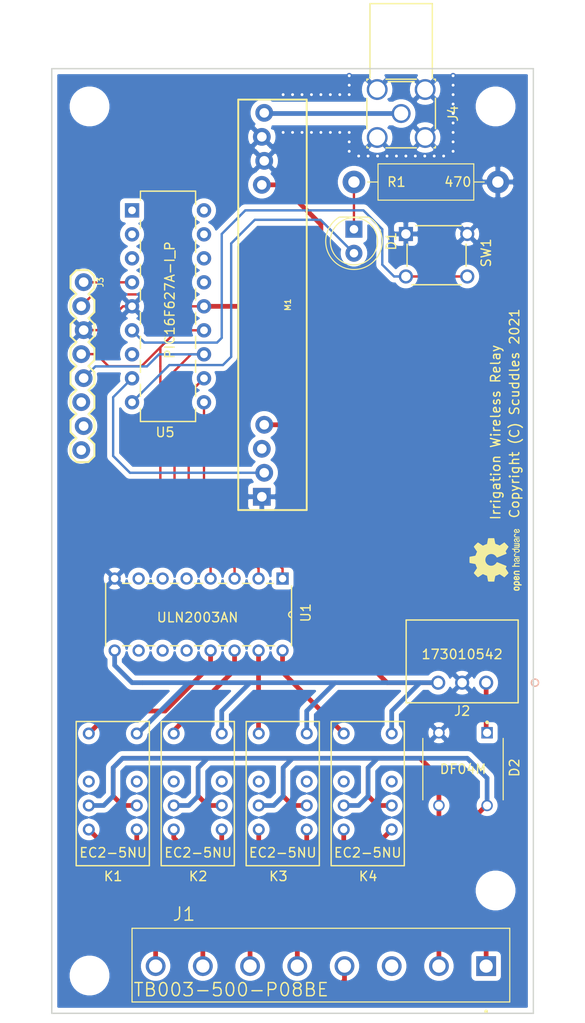
<source format=kicad_pcb>
(kicad_pcb (version 20171130) (host pcbnew "(5.1.7)-1")
  (layers (0 Top signal) (31 Bottom signal) (34 B.Paste user) (35 F.Paste user) (36 B.SilkS user) (37 F.SilkS user) (38 B.Mask user) (39 F.Mask user) (44 Edge.Cuts user))
  (net 0 "")
  (net 1 "Net-(D1-Pad1)")
  (net 2 /Logic/LED)
  (net 3 "/Power Supply/AC_NEUTRAL")
  (net 4 "/Power Supply/AC_LINE")
  (net 5 Vss)
  (net 6 "Net-(D2-Pad1)")
  (net 7 /Switching/OUT_1)
  (net 8 /Switching/OUT_2)
  (net 9 /Switching/OUT_3)
  (net 10 /Switching/OUT_4)
  (net 11 "Net-(J1-Pad3)")
  (net 12 Vdd)
  (net 13 "Net-(J3-Pad8)")
  (net 14 "Net-(J3-Pad7)")
  (net 15 "Net-(J3-Pad6)")
  (net 16 /Switching/IN_3)
  (net 17 /Switching/IN_4)
  (net 18 "Net-(J3-Pad1)")
  (net 19 "Net-(J4-Pad1)")
  (net 20 "Net-(K1-Pad1)")
  (net 21 "Net-(K1-Pad2)")
  (net 22 "Net-(K1-Pad7)")
  (net 23 "Net-(K2-Pad1)")
  (net 24 "Net-(K2-Pad2)")
  (net 25 "Net-(K2-Pad7)")
  (net 26 "Net-(K3-Pad1)")
  (net 27 "Net-(K3-Pad2)")
  (net 28 "Net-(K3-Pad7)")
  (net 29 "Net-(K4-Pad1)")
  (net 30 "Net-(K4-Pad2)")
  (net 31 "Net-(K4-Pad7)")
  (net 32 /Logic/Data)
  (net 33 /Logic/Button)
  (net 34 /Switching/IN_1)
  (net 35 /Switching/IN_2)
  (net 36 "Net-(U1-Pad5)")
  (net 37 "Net-(U1-Pad6)")
  (net 38 "Net-(U1-Pad7)")
  (net 39 "Net-(U1-Pad10)")
  (net 40 "Net-(U1-Pad11)")
  (net 41 "Net-(U1-Pad12)")
  (net 42 "Net-(U5-Pad18)")
  (net 43 "Net-(U5-Pad17)")
  (net 44 "Net-(U5-Pad16)")
  (net 45 "Net-(U5-Pad15)")
  (net 46 "Net-(U5-Pad7)")
  (net 47 "Net-(U5-Pad3)")
  (net 48 "Net-(U5-Pad2)")
  (net 49 "Net-(U5-Pad1)")
  (net 50 /Switching/COM)
  (module Symbol:OSHW-Logo2_7.3x6mm_SilkScreen (layer Top) (at 160 101 90)
    (fp_text reference REF** hide)
    (fp_text value OSHW-Logo2_7.3x6mm_SilkScreen hide)
  )
  (module MountingHole:MountingHole_3.2mm_M3 (layer Top) (at 160 136)
    (fp_text reference REF** hide)
    (fp_text value MountingHole_3.2mm_M3)
    (pad 1 np_thru_hole circle (at 0 0) (size 3.2 3.2) (drill 3.2) (layers *.Cu *.Mask))
  )
  (module MountingHole:MountingHole_3.2mm_M3 (layer Top) (at 117 145)
    (fp_text reference REF** hide)
    (fp_text value MountingHole_3.2mm_M3)
    (pad 1 np_thru_hole circle (at 0 0) (size 3.2 3.2) (drill 3.2) (layers *.Cu *.Mask))
  )
  (module MountingHole:MountingHole_3.2mm_M3 (layer Top) (at 160 53)
    (fp_text reference REF** hide)
    (fp_text value MountingHole_3.2mm_M3)
    (pad 1 np_thru_hole circle (at 0 0) (size 3.2 3.2) (drill 3.2) (layers *.Cu *.Mask))
  )
  (module MountingHole:MountingHole_3.2mm_M3 (layer Top) (at 117 53)
    (fp_text reference REF** hide)
    (fp_text value MountingHole_3.2mm_M3)
    (pad 1 np_thru_hole circle (at 0 0) (size 3.2 3.2) (drill 3.2) (layers *.Cu *.Mask))
  )
  (module rx:PIC16F627A-I&slash_P (layer Top) (at 121.5 64)
    (fp_text reference U5 (at 3.5 23.5) (layer F.SilkS))
    (fp_text value PIC16F627A-I_P (at 4 9.5 270) (layer F.SilkS))
    (pad 18 thru_hole circle (at 7.62 0) (size 1.524 1.524) (drill 0.8128) (layers *.Cu *.Mask) (net 42 "Net-(U5-Pad18)"))
    (pad 17 thru_hole circle (at 7.62 2.54) (size 1.524 1.524) (drill 0.8128) (layers *.Cu *.Mask) (net 43 "Net-(U5-Pad17)"))
    (pad 16 thru_hole circle (at 7.62 5.08) (size 1.524 1.524) (drill 0.8128) (layers *.Cu *.Mask) (net 44 "Net-(U5-Pad16)"))
    (pad 15 thru_hole circle (at 7.62 7.62) (size 1.524 1.524) (drill 0.8128) (layers *.Cu *.Mask) (net 45 "Net-(U5-Pad15)"))
    (pad 14 thru_hole circle (at 7.62 10.16) (size 1.524 1.524) (drill 0.8128) (layers *.Cu *.Mask) (net 12 Vdd))
    (pad 13 thru_hole circle (at 7.62 12.7) (size 1.524 1.524) (drill 0.8128) (layers *.Cu *.Mask) (net 17 /Switching/IN_4))
    (pad 12 thru_hole circle (at 7.62 15.24) (size 1.524 1.524) (drill 0.8128) (layers *.Cu *.Mask) (net 16 /Switching/IN_3))
    (pad 11 thru_hole circle (at 7.62 17.78) (size 1.524 1.524) (drill 0.8128) (layers *.Cu *.Mask) (net 35 /Switching/IN_2))
    (pad 10 thru_hole circle (at 7.62 20.32) (size 1.524 1.524) (drill 0.8128) (layers *.Cu *.Mask) (net 34 /Switching/IN_1))
    (pad 9 thru_hole circle (at 0 20.32) (size 1.524 1.524) (drill 0.8128) (layers *.Cu *.Mask) (net 2 /Logic/LED))
    (pad 8 thru_hole circle (at 0 17.78) (size 1.524 1.524) (drill 0.8128) (layers *.Cu *.Mask) (net 32 /Logic/Data))
    (pad 7 thru_hole circle (at 0 15.24) (size 1.524 1.524) (drill 0.8128) (layers *.Cu *.Mask) (net 46 "Net-(U5-Pad7)"))
    (pad 6 thru_hole circle (at 0 12.7) (size 1.524 1.524) (drill 0.8128) (layers *.Cu *.Mask) (net 33 /Logic/Button))
    (pad 5 thru_hole circle (at 0 10.16) (size 1.524 1.524) (drill 0.8128) (layers *.Cu *.Mask) (net 5 Vss))
    (pad 4 thru_hole circle (at 0 7.62) (size 1.524 1.524) (drill 0.8128) (layers *.Cu *.Mask) (net 18 "Net-(J3-Pad1)"))
    (pad 3 thru_hole circle (at 0 5.08) (size 1.524 1.524) (drill 0.8128) (layers *.Cu *.Mask) (net 47 "Net-(U5-Pad3)"))
    (pad 2 thru_hole circle (at 0 2.54) (size 1.524 1.524) (drill 0.8128) (layers *.Cu *.Mask) (net 48 "Net-(U5-Pad2)"))
    (pad 1 thru_hole rect (at 0 0) (size 1.524 1.524) (drill 0.8128) (layers *.Cu *.Mask) (net 49 "Net-(U5-Pad1)"))
  )
  (module rx:ULN2003AN (layer Top) (at 119.66 110.6 270)
    (fp_text reference U1 (at -4 -20.24 90) (layer F.SilkS))
    (fp_text value ULN2003AN (at -3.5 -8.78 180) (layer F.SilkS))
    (pad 1 thru_hole rect (at -7.62 -17.78 270) (size 1.2954 1.2954) (drill 0.7874) (layers *.Cu *.Mask) (net 34 /Switching/IN_1))
    (pad 2 thru_hole circle (at -7.62 -15.24 270) (size 1.2954 1.2954) (drill 0.7874) (layers *.Cu *.Mask) (net 35 /Switching/IN_2))
    (pad 3 thru_hole circle (at -7.62 -12.7 270) (size 1.2954 1.2954) (drill 0.7874) (layers *.Cu *.Mask) (net 16 /Switching/IN_3))
    (pad 4 thru_hole circle (at -7.62 -10.16 270) (size 1.2954 1.2954) (drill 0.7874) (layers *.Cu *.Mask) (net 17 /Switching/IN_4))
    (pad 5 thru_hole circle (at -7.62 -7.62 270) (size 1.2954 1.2954) (drill 0.7874) (layers *.Cu *.Mask) (net 36 "Net-(U1-Pad5)"))
    (pad 6 thru_hole circle (at -7.62 -5.08 270) (size 1.2954 1.2954) (drill 0.7874) (layers *.Cu *.Mask) (net 37 "Net-(U1-Pad6)"))
    (pad 7 thru_hole circle (at -7.62 -2.54 270) (size 1.2954 1.2954) (drill 0.7874) (layers *.Cu *.Mask) (net 38 "Net-(U1-Pad7)"))
    (pad 8 thru_hole circle (at -7.62 0 270) (size 1.2954 1.2954) (drill 0.7874) (layers *.Cu *.Mask) (net 5 Vss))
    (pad 9 thru_hole circle (at 0 0 270) (size 1.2954 1.2954) (drill 0.7874) (layers *.Cu *.Mask) (net 12 Vdd))
    (pad 10 thru_hole circle (at 0 -2.54 270) (size 1.2954 1.2954) (drill 0.7874) (layers *.Cu *.Mask) (net 39 "Net-(U1-Pad10)"))
    (pad 11 thru_hole circle (at 0 -5.08 270) (size 1.2954 1.2954) (drill 0.7874) (layers *.Cu *.Mask) (net 40 "Net-(U1-Pad11)"))
    (pad 12 thru_hole circle (at 0 -7.62 270) (size 1.2954 1.2954) (drill 0.7874) (layers *.Cu *.Mask) (net 41 "Net-(U1-Pad12)"))
    (pad 13 thru_hole circle (at 0 -10.16 270) (size 1.2954 1.2954) (drill 0.7874) (layers *.Cu *.Mask) (net 20 "Net-(K1-Pad1)"))
    (pad 14 thru_hole circle (at 0 -12.7 270) (size 1.2954 1.2954) (drill 0.7874) (layers *.Cu *.Mask) (net 23 "Net-(K2-Pad1)"))
    (pad 15 thru_hole circle (at 0 -15.24 270) (size 1.2954 1.2954) (drill 0.7874) (layers *.Cu *.Mask) (net 26 "Net-(K3-Pad1)"))
    (pad 16 thru_hole circle (at 0 -17.78 270) (size 1.2954 1.2954) (drill 0.7874) (layers *.Cu *.Mask) (net 29 "Net-(K4-Pad1)"))
  )
  (module rx:1825910-6 (layer Top) (at 157 71)
    (fp_text reference SW1 (at 2 -2.5 90) (layer F.SilkS))
    (fp_text value 1825910-6 hide)
    (pad 2 thru_hole circle (at 0.000001 -4.500001) (size 1.4986 1.4986) (drill 0.9906) (layers *.Cu *.Mask) (net 5 Vss))
    (pad 4 thru_hole circle (at 0.000001 0) (size 1.4986 1.4986) (drill 0.9906) (layers *.Cu *.Mask) (net 33 /Logic/Button))
    (pad 3 thru_hole circle (at -6.500001 0) (size 1.4986 1.4986) (drill 0.9906) (layers *.Cu *.Mask) (net 33 /Logic/Button))
    (pad 1 thru_hole rect (at -6.500001 -4.500001) (size 1.4986 1.4986) (drill 0.9906) (layers *.Cu *.Mask) (net 5 Vss))
  )
  (module rx:R_Axial_DIN0411_L9.9mm_D3.6mm_P15.24mm_Horizontal (layer Top) (at 145 61)
    (fp_text reference R1 (at 4.5 0) (layer F.SilkS))
    (fp_text value 470 (at 11 0) (layer F.SilkS))
    (pad 1 thru_hole circle (at 0 0) (size 2.4 2.4) (drill 1.2) (layers *.Cu *.Mask) (net 1 "Net-(D1-Pad1)"))
    (pad 2 thru_hole oval (at 15.24 0) (size 2.4 2.4) (drill 1.2) (layers *.Cu *.Mask) (net 5 Vss))
  )
  (module rx:RF-LINK_RX (layer Top) (at 135.373 74 90)
    (fp_text reference M1 (at 0 2.627 90) (layer F.SilkS) (effects (font (size 0.6096 0.6096) (thickness 0.127))))
    (fp_text value RF-LINK_RX hide)
    (pad +5V@ thru_hole circle (at -12.7 0.127 90) (size 1.8796 1.8796) (drill 1.016) (layers *.Cu *.Mask) (net 12 Vdd))
    (pad +5V@ thru_hole circle (at 12.7 -0.127 90) (size 1.8796 1.8796) (drill 1.016) (layers *.Cu *.Mask) (net 12 Vdd))
    (pad ANT thru_hole circle (at 20.32 0.127 90) (size 1.8796 1.8796) (drill 1.016) (layers *.Cu *.Mask) (net 19 "Net-(J4-Pad1)"))
    (pad DATA thru_hole circle (at -17.78 0.127 90) (size 1.8796 1.8796) (drill 1.016) (layers *.Cu *.Mask) (net 32 /Logic/Data))
    (pad DATA thru_hole circle (at -15.24 -0.127 90) (size 1.8796 1.8796) (drill 1.016) (layers *.Cu *.Mask) (net 32 /Logic/Data))
    (pad GND@ thru_hole rect (at -20.32 -0.127 90) (size 1.8796 1.8796) (drill 1.016) (layers *.Cu *.Mask) (net 5 Vss))
    (pad GND@ thru_hole circle (at 15.24 0.127 90) (size 1.8796 1.8796) (drill 1.016) (layers *.Cu *.Mask) (net 5 Vss))
    (pad GND@ thru_hole circle (at 17.78 -0.127 90) (size 1.8796 1.8796) (drill 1.016) (layers *.Cu *.Mask) (net 5 Vss))
  )
  (module rx:EC2-5NU (layer Top) (at 143.92 119.38)
    (fp_text reference K4 (at 2.58 15.12) (layer F.SilkS))
    (fp_text value EC2-5NU (at 2.54 12.62) (layer F.SilkS))
    (pad 1 thru_hole circle (at 0 0) (size 1.27 1.27) (drill 0.762) (layers *.Cu *.Mask) (net 29 "Net-(K4-Pad1)"))
    (pad 2 thru_hole circle (at 0 5.08) (size 1.27 1.27) (drill 0.762) (layers *.Cu *.Mask) (net 30 "Net-(K4-Pad2)"))
    (pad 3 thru_hole circle (at 0 7.62) (size 1.27 1.27) (drill 0.762) (layers *.Cu *.Mask) (net 3 "/Power Supply/AC_NEUTRAL"))
    (pad 4 thru_hole circle (at 0 10.16) (size 1.27 1.27) (drill 0.762) (layers *.Cu *.Mask) (net 50 /Switching/COM))
    (pad 5 thru_hole circle (at 5.08 10.16) (size 1.27 1.27) (drill 0.762) (layers *.Cu *.Mask) (net 10 /Switching/OUT_4))
    (pad 6 thru_hole circle (at 5.08 7.62) (size 1.27 1.27) (drill 0.762) (layers *.Cu *.Mask) (net 4 "/Power Supply/AC_LINE"))
    (pad 7 thru_hole circle (at 5.08 5.08) (size 1.27 1.27) (drill 0.762) (layers *.Cu *.Mask) (net 31 "Net-(K4-Pad7)"))
    (pad 8 thru_hole circle (at 5.08 0) (size 1.27 1.27) (drill 0.762) (layers *.Cu *.Mask) (net 12 Vdd))
  )
  (module rx:EC2-5NU (layer Top) (at 134.92 119.38)
    (fp_text reference K3 (at 2.08 15.12) (layer F.SilkS))
    (fp_text value EC2-5NU (at 2.54 12.62) (layer F.SilkS))
    (pad 1 thru_hole circle (at 0 0) (size 1.27 1.27) (drill 0.762) (layers *.Cu *.Mask) (net 26 "Net-(K3-Pad1)"))
    (pad 2 thru_hole circle (at 0 5.08) (size 1.27 1.27) (drill 0.762) (layers *.Cu *.Mask) (net 27 "Net-(K3-Pad2)"))
    (pad 3 thru_hole circle (at 0 7.62) (size 1.27 1.27) (drill 0.762) (layers *.Cu *.Mask) (net 3 "/Power Supply/AC_NEUTRAL"))
    (pad 4 thru_hole circle (at 0 10.16) (size 1.27 1.27) (drill 0.762) (layers *.Cu *.Mask) (net 50 /Switching/COM))
    (pad 5 thru_hole circle (at 5.08 10.16) (size 1.27 1.27) (drill 0.762) (layers *.Cu *.Mask) (net 9 /Switching/OUT_3))
    (pad 6 thru_hole circle (at 5.08 7.62) (size 1.27 1.27) (drill 0.762) (layers *.Cu *.Mask) (net 4 "/Power Supply/AC_LINE"))
    (pad 7 thru_hole circle (at 5.08 5.08) (size 1.27 1.27) (drill 0.762) (layers *.Cu *.Mask) (net 28 "Net-(K3-Pad7)"))
    (pad 8 thru_hole circle (at 5.08 0) (size 1.27 1.27) (drill 0.762) (layers *.Cu *.Mask) (net 12 Vdd))
  )
  (module rx:EC2-5NU (layer Top) (at 125.92 119.38)
    (fp_text reference K2 (at 2.58 15.12) (layer F.SilkS))
    (fp_text value EC2-5NU (at 2.58 12.62) (layer F.SilkS))
    (pad 1 thru_hole circle (at 0 0) (size 1.27 1.27) (drill 0.762) (layers *.Cu *.Mask) (net 23 "Net-(K2-Pad1)"))
    (pad 2 thru_hole circle (at 0 5.08) (size 1.27 1.27) (drill 0.762) (layers *.Cu *.Mask) (net 24 "Net-(K2-Pad2)"))
    (pad 3 thru_hole circle (at 0 7.62) (size 1.27 1.27) (drill 0.762) (layers *.Cu *.Mask) (net 3 "/Power Supply/AC_NEUTRAL"))
    (pad 4 thru_hole circle (at 0 10.16) (size 1.27 1.27) (drill 0.762) (layers *.Cu *.Mask) (net 50 /Switching/COM))
    (pad 5 thru_hole circle (at 5.08 10.16) (size 1.27 1.27) (drill 0.762) (layers *.Cu *.Mask) (net 8 /Switching/OUT_2))
    (pad 6 thru_hole circle (at 5.08 7.62) (size 1.27 1.27) (drill 0.762) (layers *.Cu *.Mask) (net 4 "/Power Supply/AC_LINE"))
    (pad 7 thru_hole circle (at 5.08 5.08) (size 1.27 1.27) (drill 0.762) (layers *.Cu *.Mask) (net 25 "Net-(K2-Pad7)"))
    (pad 8 thru_hole circle (at 5.08 0) (size 1.27 1.27) (drill 0.762) (layers *.Cu *.Mask) (net 12 Vdd))
  )
  (module rx:EC2-5NU (layer Top) (at 116.92 119.38)
    (fp_text reference K1 (at 2.58 15.12) (layer F.SilkS))
    (fp_text value EC2-5NU (at 2.58 12.62) (layer F.SilkS))
    (pad 1 thru_hole circle (at 0 0) (size 1.27 1.27) (drill 0.762) (layers *.Cu *.Mask) (net 20 "Net-(K1-Pad1)"))
    (pad 2 thru_hole circle (at 0 5.08) (size 1.27 1.27) (drill 0.762) (layers *.Cu *.Mask) (net 21 "Net-(K1-Pad2)"))
    (pad 3 thru_hole circle (at 0 7.62) (size 1.27 1.27) (drill 0.762) (layers *.Cu *.Mask) (net 3 "/Power Supply/AC_NEUTRAL"))
    (pad 4 thru_hole circle (at 0 10.16) (size 1.27 1.27) (drill 0.762) (layers *.Cu *.Mask) (net 50 /Switching/COM))
    (pad 5 thru_hole circle (at 5.08 10.16) (size 1.27 1.27) (drill 0.762) (layers *.Cu *.Mask) (net 7 /Switching/OUT_1))
    (pad 6 thru_hole circle (at 5.08 7.62) (size 1.27 1.27) (drill 0.762) (layers *.Cu *.Mask) (net 4 "/Power Supply/AC_LINE"))
    (pad 7 thru_hole circle (at 5.08 5.08) (size 1.27 1.27) (drill 0.762) (layers *.Cu *.Mask) (net 22 "Net-(K1-Pad7)"))
    (pad 8 thru_hole circle (at 5.08 0) (size 1.27 1.27) (drill 0.762) (layers *.Cu *.Mask) (net 12 Vdd))
  )
  (module rx:RF2-03E-T-00-50-G (layer Top) (at 150 53.75)
    (fp_text reference J4 (at 5.5 0 90) (layer F.SilkS))
    (fp_text value RF2-03E-T-00-50-G hide)
    (pad 5 thru_hole circle (at 2.54 -2.54) (size 2.2098 2.2098) (drill 1.7018) (layers *.Cu *.Mask) (net 5 Vss))
    (pad 4 thru_hole circle (at 2.54 2.54) (size 2.2098 2.2098) (drill 1.7018) (layers *.Cu *.Mask) (net 5 Vss))
    (pad 3 thru_hole circle (at -2.54 2.54) (size 2.2098 2.2098) (drill 1.7018) (layers *.Cu *.Mask) (net 5 Vss))
    (pad 2 thru_hole circle (at -2.54 -2.54) (size 2.2098 2.2098) (drill 1.7018) (layers *.Cu *.Mask) (net 5 Vss))
    (pad 1 thru_hole circle (at 0 0) (size 2.0066 2.0066) (drill 1.4986) (layers *.Cu *.Mask) (net 19 "Net-(J4-Pad1)"))
  )
  (module rx:1X08_LOCK (layer Top) (at 116.25 71.6 270)
    (fp_text reference J3 (at 0 -1.905 90) (layer F.SilkS) (effects (font (size 0.6096 0.6096) (thickness 0.127))))
    (fp_text value CONN_08LOCK hide)
    (pad 8 thru_hole circle (at 17.78 0.127 270) (size 1.8796 1.8796) (drill 1.016) (layers *.Cu *.Mask) (net 13 "Net-(J3-Pad8)"))
    (pad 7 thru_hole circle (at 15.24 -0.127 270) (size 1.8796 1.8796) (drill 1.016) (layers *.Cu *.Mask) (net 14 "Net-(J3-Pad7)"))
    (pad 6 thru_hole circle (at 12.7 0.127 270) (size 1.8796 1.8796) (drill 1.016) (layers *.Cu *.Mask) (net 15 "Net-(J3-Pad6)"))
    (pad 5 thru_hole circle (at 10.16 -0.127 270) (size 1.8796 1.8796) (drill 1.016) (layers *.Cu *.Mask) (net 16 /Switching/IN_3))
    (pad 4 thru_hole circle (at 7.62 0.127 270) (size 1.8796 1.8796) (drill 1.016) (layers *.Cu *.Mask) (net 17 /Switching/IN_4))
    (pad 3 thru_hole circle (at 5.08 -0.127 270) (size 1.8796 1.8796) (drill 1.016) (layers *.Cu *.Mask) (net 5 Vss))
    (pad 2 thru_hole circle (at 2.54 0.127 270) (size 1.8796 1.8796) (drill 1.016) (layers *.Cu *.Mask) (net 12 Vdd))
    (pad 1 thru_hole circle (at 0 -0.127 270) (size 1.8796 1.8796) (drill 1.016) (layers *.Cu *.Mask) (net 18 "Net-(J3-Pad1)"))
  )
  (module rx:173010542 (layer Top) (at 159 114 180)
    (fp_text reference J2 (at 2.54 -3) (layer F.SilkS))
    (fp_text value 173010542 (at 2.54 3) (layer F.SilkS))
    (pad 3 thru_hole circle (at 5.08 0 180) (size 1.4986 1.4986) (drill 0.9906) (layers *.Cu *.Mask) (net 12 Vdd))
    (pad 2 thru_hole circle (at 2.54 0 180) (size 1.4986 1.4986) (drill 0.9906) (layers *.Cu *.Mask) (net 5 Vss))
    (pad 1 thru_hole circle (at 0 0 180) (size 1.4986 1.4986) (drill 0.9906) (layers *.Cu *.Mask) (net 6 "Net-(D2-Pad1)"))
  )
  (module rx:CUI_TB003-500-P08BE (layer Top) (at 159 144 180)
    (fp_text reference J1 (at 32 5.5) (layer F.SilkS) (effects (font (size 1.4 1.4))))
    (fp_text value TB003-500-P08BE (at 27 -2.5) (layer F.SilkS) (effects (font (size 1.4 1.4))))
    (pad 8 thru_hole circle (at 35 0 180) (size 2.1 2.1) (drill 1.4) (layers *.Cu *.Mask) (net 7 /Switching/OUT_1))
    (pad 7 thru_hole circle (at 30 0 180) (size 2.1 2.1) (drill 1.4) (layers *.Cu *.Mask) (net 8 /Switching/OUT_2))
    (pad 6 thru_hole circle (at 25 0 180) (size 2.1 2.1) (drill 1.4) (layers *.Cu *.Mask) (net 9 /Switching/OUT_3))
    (pad 5 thru_hole circle (at 20 0 180) (size 2.1 2.1) (drill 1.4) (layers *.Cu *.Mask) (net 10 /Switching/OUT_4))
    (pad 4 thru_hole circle (at 15 0 180) (size 2.1 2.1) (drill 1.4) (layers *.Cu *.Mask) (net 50 /Switching/COM))
    (pad 3 thru_hole circle (at 10 0 180) (size 2.1 2.1) (drill 1.4) (layers *.Cu *.Mask) (net 11 "Net-(J1-Pad3)"))
    (pad 2 thru_hole circle (at 5 0 180) (size 2.1 2.1) (drill 1.4) (layers *.Cu *.Mask) (net 4 "/Power Supply/AC_LINE"))
    (pad 1 thru_hole rect (at 0 0 180) (size 2.1 2.1) (drill 1.4) (layers *.Cu *.Mask) (net 3 "/Power Supply/AC_NEUTRAL"))
  )
  (module rx:DF04M (layer Top) (at 156.55 123.15 270)
    (fp_text reference D2 (at -0.15 -5.45 90) (layer F.SilkS))
    (fp_text value DF04M (at 0 0 180) (layer F.SilkS))
    (pad 4 thru_hole circle (at 3.85 -2.55 270) (size 1.21 1.21) (drill 0.86) (layers *.Cu *.Mask) (net 3 "/Power Supply/AC_NEUTRAL"))
    (pad 3 thru_hole circle (at 3.85 2.55 270) (size 1.21 1.21) (drill 0.86) (layers *.Cu *.Mask) (net 4 "/Power Supply/AC_LINE"))
    (pad 2 thru_hole circle (at -3.85 2.55 270) (size 1.21 1.21) (drill 0.86) (layers *.Cu *.Mask) (net 5 Vss))
    (pad 1 thru_hole rect (at -3.85 -2.55 270) (size 1.21 1.21) (drill 0.86) (layers *.Cu *.Mask) (net 6 "Net-(D2-Pad1)"))
  )
  (module rx:LED_D5.0mm (layer Top) (at 145 66 270)
    (fp_text reference D1 (at 1.27 -3.96 90) (layer F.SilkS))
    (fp_text value LED)
    (pad 1 thru_hole rect (at 0 0 270) (size 1.8 1.8) (drill 0.9) (layers *.Cu *.Mask) (net 1 "Net-(D1-Pad1)"))
    (pad 2 thru_hole circle (at 2.54 0 270) (size 1.8 1.8) (drill 0.9) (layers *.Cu *.Mask) (net 2 /Logic/LED))
  )
  (gr_text "Irrigation Wireless Relay" (at 160 87.5 90) (layer F.SilkS) (effects (font (size 1 1))))
  (gr_text "Copyright (C) Scuddles 2021" (at 162 85.5 90) (layer F.SilkS) (effects (font (size 1 1))))
  (gr_line (start 164 49) (end 113 49) (layer Edge.Cuts) (width 0.15))
  (gr_line (start 164 149) (end 164 49) (layer Edge.Cuts) (width 0.15))
  (gr_line (start 113 149) (end 164 149) (layer Edge.Cuts) (width 0.15))
  (gr_line (start 113 49) (end 113 149) (layer Edge.Cuts) (width 0.15))
  (segment (start 145 66) (end 145 61) (width 0.25) (layer Top) (net 1))
  (segment (start 125.442999 80.377001) (end 121.5 84.32) (width 0.25) (layer Bottom) (net 2))
  (segment (start 132 79.5) (end 131.122999 80.377001) (width 0.25) (layer Bottom) (net 2))
  (segment (start 132 67.5) (end 132 79.5) (width 0.25) (layer Bottom) (net 2))
  (segment (start 131.122999 80.377001) (end 125.442999 80.377001) (width 0.25) (layer Bottom) (net 2))
  (segment (start 134.5 65) (end 132 67.5) (width 0.25) (layer Bottom) (net 2))
  (segment (start 141.46 65) (end 134.5 65) (width 0.25) (layer Bottom) (net 2))
  (segment (start 145 68.54) (end 141.46 65) (width 0.25) (layer Bottom) (net 2))
  (segment (start 159 144) (end 159 141) (width 0.5) (layer Top) (net 3))
  (segment (start 159 141) (end 155.5 137.5) (width 0.5) (layer Top) (net 3))
  (segment (start 155.5 130.5) (end 159 127) (width 0.5) (layer Top) (net 3))
  (segment (start 155.5 137.5) (end 155.5 130.5) (width 0.5) (layer Top) (net 3))
  (segment (start 159.1 127) (end 159.1 124.1) (width 0.5) (layer Bottom) (net 3))
  (segment (start 159.1 124.1) (end 157 122) (width 0.5) (layer Bottom) (net 3))
  (segment (start 116.92 127) (end 118.5 127) (width 0.5) (layer Bottom) (net 3))
  (segment (start 118.5 127) (end 119.46 126.04) (width 0.5) (layer Bottom) (net 3))
  (segment (start 125.92 127) (end 127.5 127) (width 0.5) (layer Bottom) (net 3))
  (segment (start 127.5 127) (end 128.5 126) (width 0.5) (layer Bottom) (net 3))
  (segment (start 134.92 127) (end 136.5 127) (width 0.5) (layer Bottom) (net 3))
  (segment (start 136.5 127) (end 137.5 126) (width 0.5) (layer Bottom) (net 3))
  (segment (start 137.5 126) (end 137.5 124) (width 0.5) (layer Bottom) (net 3))
  (segment (start 143.92 127) (end 145.5 127) (width 0.5) (layer Bottom) (net 3))
  (segment (start 145.5 127) (end 146.5 126) (width 0.5) (layer Bottom) (net 3))
  (segment (start 146.5 126) (end 146.5 124) (width 0.5) (layer Bottom) (net 3))
  (segment (start 157 122) (end 148.5 122) (width 0.5) (layer Bottom) (net 3))
  (segment (start 130.5 122) (end 130 122) (width 0.5) (layer Bottom) (net 3))
  (segment (start 128.5 124) (end 128.5 126) (width 0.5) (layer Bottom) (net 3))
  (segment (start 128.5 123) (end 129.5 122) (width 0.5) (layer Bottom) (net 3))
  (segment (start 128.5 124) (end 128.5 123) (width 0.5) (layer Bottom) (net 3))
  (segment (start 129.5 122) (end 121 122) (width 0.5) (layer Bottom) (net 3))
  (segment (start 130 122) (end 129.5 122) (width 0.5) (layer Bottom) (net 3))
  (segment (start 137.5 123) (end 138.5 122) (width 0.5) (layer Bottom) (net 3))
  (segment (start 137.5 124) (end 137.5 123) (width 0.5) (layer Bottom) (net 3))
  (segment (start 138.5 122) (end 130.5 122) (width 0.5) (layer Bottom) (net 3))
  (segment (start 139.5 122) (end 138.5 122) (width 0.5) (layer Bottom) (net 3))
  (segment (start 146.5 123) (end 147.5 122) (width 0.5) (layer Bottom) (net 3))
  (segment (start 146.5 124) (end 146.5 123) (width 0.5) (layer Bottom) (net 3))
  (segment (start 147.5 122) (end 139.5 122) (width 0.5) (layer Bottom) (net 3))
  (segment (start 148.5 122) (end 147.5 122) (width 0.5) (layer Bottom) (net 3))
  (segment (start 119.5 123) (end 120.5 122) (width 0.5) (layer Bottom) (net 3))
  (segment (start 119.5 123.5) (end 119.5 123) (width 0.5) (layer Bottom) (net 3))
  (segment (start 121 122) (end 120.5 122) (width 0.5) (layer Bottom) (net 3))
  (segment (start 119.5 123.5) (end 119.5 126) (width 0.5) (layer Bottom) (net 3))
  (segment (start 119.5 123.5) (end 119.5 126) (width 0.5) (layer Top) (net 4))
  (segment (start 120.5 127) (end 122 127) (width 0.5) (layer Top) (net 4))
  (segment (start 119.5 126) (end 120.5 127) (width 0.5) (layer Top) (net 4))
  (segment (start 131 127) (end 129.5 127) (width 0.5) (layer Top) (net 4))
  (segment (start 129.5 127) (end 128.5 126) (width 0.5) (layer Top) (net 4))
  (segment (start 128.5 122) (end 121 122) (width 0.5) (layer Top) (net 4))
  (segment (start 140 127) (end 138.5 127) (width 0.5) (layer Top) (net 4))
  (segment (start 138.5 127) (end 137.5 126) (width 0.5) (layer Top) (net 4))
  (segment (start 149 127) (end 147.5 127) (width 0.5) (layer Top) (net 4))
  (segment (start 147.5 127) (end 146.5 126) (width 0.5) (layer Top) (net 4))
  (segment (start 146.5 126) (end 146.5 125.465198) (width 0.5) (layer Top) (net 4))
  (segment (start 154 127.1) (end 153.9 127) (width 0.25) (layer Top) (net 4))
  (segment (start 154 127) (end 154 144) (width 0.5) (layer Top) (net 4))
  (segment (start 154 127) (end 154 124) (width 0.5) (layer Top) (net 4))
  (segment (start 154 124) (end 152 122) (width 0.5) (layer Top) (net 4))
  (segment (start 130.5 122) (end 130 122) (width 0.5) (layer Top) (net 4))
  (segment (start 137.5 122) (end 130.5 122) (width 0.5) (layer Top) (net 4))
  (segment (start 128.5 126) (end 128.5 124) (width 0.5) (layer Top) (net 4))
  (segment (start 139.5 122) (end 139 122) (width 0.5) (layer Top) (net 4))
  (segment (start 146.5 122) (end 139.5 122) (width 0.5) (layer Top) (net 4))
  (segment (start 137.5 126) (end 137.5 124) (width 0.5) (layer Top) (net 4))
  (segment (start 148.5 122) (end 148 122) (width 0.5) (layer Top) (net 4))
  (segment (start 152 122) (end 148.5 122) (width 0.5) (layer Top) (net 4))
  (segment (start 146.5 125.465198) (end 146.5 124) (width 0.5) (layer Top) (net 4))
  (segment (start 119.5 123.5) (end 119.5 123) (width 0.5) (layer Top) (net 4))
  (segment (start 120.5 122) (end 121 122) (width 0.5) (layer Top) (net 4))
  (segment (start 119.5 123) (end 120.5 122) (width 0.5) (layer Top) (net 4))
  (segment (start 128.5 124) (end 128.5 123) (width 0.5) (layer Top) (net 4))
  (segment (start 128.5 123) (end 129.5 122) (width 0.5) (layer Top) (net 4))
  (segment (start 129.5 122) (end 128.5 122) (width 0.5) (layer Top) (net 4))
  (segment (start 130 122) (end 129.5 122) (width 0.5) (layer Top) (net 4))
  (segment (start 137.5 124) (end 137.5 123) (width 0.5) (layer Top) (net 4))
  (segment (start 137.5 123) (end 138.5 122) (width 0.5) (layer Top) (net 4))
  (segment (start 138.5 122) (end 137.5 122) (width 0.5) (layer Top) (net 4))
  (segment (start 139 122) (end 138.5 122) (width 0.5) (layer Top) (net 4))
  (segment (start 146.5 124) (end 146.5 123) (width 0.5) (layer Top) (net 4))
  (segment (start 146.5 123) (end 147.5 122) (width 0.5) (layer Top) (net 4))
  (segment (start 147.5 122) (end 146.5 122) (width 0.5) (layer Top) (net 4))
  (segment (start 148 122) (end 147.5 122) (width 0.5) (layer Top) (net 4))
  (segment (start 116.377 76.68) (end 118.02 76.68) (width 0.25) (layer Top) (net 5))
  (segment (start 120.54 74.16) (end 121.5 74.16) (width 0.25) (layer Top) (net 5))
  (segment (start 118.02 76.68) (end 120.54 74.16) (width 0.25) (layer Top) (net 5))
  (via (at 144.5 49.75) (size 0.6) (drill 0.3) (layers Top Bottom) (net 5))
  (via (at 144.5 50.75) (size 0.6) (drill 0.3) (layers Top Bottom) (net 5))
  (via (at 144.5 51.75) (size 0.6) (drill 0.3) (layers Top Bottom) (net 5))
  (via (at 144.5 55.75) (size 0.6) (drill 0.3) (layers Top Bottom) (net 5))
  (via (at 144.5 56.75) (size 0.6) (drill 0.3) (layers Top Bottom) (net 5))
  (via (at 144.5 57.75) (size 0.6) (drill 0.3) (layers Top Bottom) (net 5))
  (via (at 145.5 58.25) (size 0.6) (drill 0.3) (layers Top Bottom) (net 5))
  (via (at 146.5 58.25) (size 0.6) (drill 0.3) (layers Top Bottom) (net 5))
  (via (at 147.5 58.25) (size 0.6) (drill 0.3) (layers Top Bottom) (net 5))
  (via (at 148.5 58.25) (size 0.6) (drill 0.3) (layers Top Bottom) (net 5))
  (via (at 149.5 58.25) (size 0.6) (drill 0.3) (layers Top Bottom) (net 5))
  (via (at 150.5 58.25) (size 0.6) (drill 0.3) (layers Top Bottom) (net 5))
  (via (at 151.5 58.25) (size 0.6) (drill 0.3) (layers Top Bottom) (net 5))
  (via (at 152.5 58.25) (size 0.6) (drill 0.3) (layers Top Bottom) (net 5))
  (via (at 153.5 58.25) (size 0.6) (drill 0.3) (layers Top Bottom) (net 5))
  (via (at 154.5 58.25) (size 0.6) (drill 0.3) (layers Top Bottom) (net 5))
  (via (at 155.5 49.75) (size 0.6) (drill 0.3) (layers Top Bottom) (net 5))
  (via (at 155.5 50.75) (size 0.6) (drill 0.3) (layers Top Bottom) (net 5))
  (via (at 155.5 51.75) (size 0.6) (drill 0.3) (layers Top Bottom) (net 5))
  (via (at 155.5 52.75) (size 0.6) (drill 0.3) (layers Top Bottom) (net 5))
  (via (at 155.5 53.75) (size 0.6) (drill 0.3) (layers Top Bottom) (net 5))
  (via (at 155.5 54.75) (size 0.6) (drill 0.3) (layers Top Bottom) (net 5))
  (via (at 155.5 55.75) (size 0.6) (drill 0.3) (layers Top Bottom) (net 5))
  (via (at 155.5 56.75) (size 0.6) (drill 0.3) (layers Top Bottom) (net 5))
  (via (at 155.5 57.75) (size 0.6) (drill 0.3) (layers Top Bottom) (net 5))
  (via (at 143.5 55.75) (size 0.6) (drill 0.3) (layers Top Bottom) (net 5))
  (via (at 142.5 55.75) (size 0.6) (drill 0.3) (layers Top Bottom) (net 5))
  (via (at 141.5 55.75) (size 0.6) (drill 0.3) (layers Top Bottom) (net 5))
  (via (at 140.5 55.75) (size 0.6) (drill 0.3) (layers Top Bottom) (net 5))
  (via (at 143.5 51.75) (size 0.6) (drill 0.3) (layers Top Bottom) (net 5))
  (via (at 142.5 51.75) (size 0.6) (drill 0.3) (layers Top Bottom) (net 5))
  (via (at 141.5 51.75) (size 0.6) (drill 0.3) (layers Top Bottom) (net 5))
  (via (at 140.5 51.75) (size 0.6) (drill 0.3) (layers Top Bottom) (net 5))
  (via (at 139.5 51.75) (size 0.6) (drill 0.3) (layers Top Bottom) (net 5))
  (via (at 138.5 51.75) (size 0.6) (drill 0.3) (layers Top Bottom) (net 5))
  (via (at 137.5 51.75) (size 0.6) (drill 0.3) (layers Top Bottom) (net 5))
  (via (at 139.5 55.75) (size 0.6) (drill 0.3) (layers Top Bottom) (net 5))
  (via (at 138.5 55.75) (size 0.6) (drill 0.3) (layers Top Bottom) (net 5))
  (via (at 137.5 55.75) (size 0.6) (drill 0.3) (layers Top Bottom) (net 5))
  (segment (start 159 119.2) (end 159.1 119.3) (width 0.25) (layer Top) (net 6))
  (segment (start 159 114) (end 159 119.2) (width 0.5) (layer Top) (net 6))
  (segment (start 124 144) (end 124 139.5) (width 0.5) (layer Top) (net 7))
  (segment (start 122 137.5) (end 122 129.54) (width 0.5) (layer Top) (net 7))
  (segment (start 124 139.5) (end 122 137.5) (width 0.5) (layer Top) (net 7))
  (segment (start 131 135.5) (end 131 129.54) (width 0.5) (layer Top) (net 8))
  (segment (start 129 139.5) (end 131 137.5) (width 0.5) (layer Top) (net 8))
  (segment (start 129 144) (end 129 139.5) (width 0.5) (layer Top) (net 8))
  (segment (start 131 137.5) (end 131 135.5) (width 0.5) (layer Top) (net 8))
  (segment (start 140 133.5) (end 140 129.54) (width 0.5) (layer Top) (net 9))
  (segment (start 134 139.5) (end 140 133.5) (width 0.5) (layer Top) (net 9))
  (segment (start 134 144) (end 134 139.5) (width 0.5) (layer Top) (net 9))
  (segment (start 139.04 139.5) (end 149 129.54) (width 0.5) (layer Top) (net 10))
  (segment (start 139 139.5) (end 139.04 139.5) (width 0.25) (layer Top) (net 10))
  (segment (start 139 144) (end 139 139.5) (width 0.5) (layer Top) (net 10))
  (segment (start 141.5 107) (end 141.5 90) (width 0.5) (layer Top) (net 12))
  (segment (start 148.5 114) (end 141.5 107) (width 0.5) (layer Top) (net 12))
  (segment (start 153.92 114) (end 148.5 114) (width 0.5) (layer Top) (net 12))
  (segment (start 137.3 61.3) (end 135.246 61.3) (width 0.5) (layer Top) (net 12))
  (segment (start 141.5 65.5) (end 137.3 61.3) (width 0.5) (layer Top) (net 12))
  (segment (start 141.5 76.5) (end 141.5 65.5) (width 0.5) (layer Top) (net 12))
  (segment (start 141.5 86.7) (end 141.5 76.5) (width 0.5) (layer Top) (net 12))
  (segment (start 139.7 86.7) (end 141.5 88.5) (width 0.5) (layer Top) (net 12))
  (segment (start 135.5 86.7) (end 139.7 86.7) (width 0.5) (layer Top) (net 12))
  (segment (start 141.5 88.5) (end 141.5 86.7) (width 0.5) (layer Top) (net 12))
  (segment (start 141.5 90) (end 141.5 88.5) (width 0.5) (layer Top) (net 12))
  (segment (start 139.16 74.16) (end 141.5 76.5) (width 0.5) (layer Top) (net 12))
  (segment (start 129.12 74.16) (end 139.16 74.16) (width 0.5) (layer Top) (net 12))
  (segment (start 122.12 119.38) (end 122 119.38) (width 0.25) (layer Bottom) (net 12))
  (segment (start 127.5 114) (end 122.12 119.38) (width 0.5) (layer Bottom) (net 12))
  (segment (start 131 119.38) (end 131 118) (width 0.25) (layer Bottom) (net 12))
  (segment (start 140 117) (end 143 114) (width 0.5) (layer Bottom) (net 12))
  (segment (start 143 114) (end 135 114) (width 0.5) (layer Bottom) (net 12))
  (segment (start 140 119.38) (end 140 117) (width 0.5) (layer Bottom) (net 12))
  (segment (start 149 119.38) (end 149 117) (width 0.5) (layer Bottom) (net 12))
  (segment (start 149 117) (end 152 114) (width 0.5) (layer Bottom) (net 12))
  (segment (start 152 114) (end 143 114) (width 0.5) (layer Bottom) (net 12))
  (segment (start 153.92 114) (end 152 114) (width 0.5) (layer Bottom) (net 12))
  (segment (start 131 119.38) (end 131 117) (width 0.5) (layer Bottom) (net 12))
  (segment (start 131 117) (end 134 114) (width 0.5) (layer Bottom) (net 12))
  (segment (start 134 114) (end 127.5 114) (width 0.5) (layer Bottom) (net 12))
  (segment (start 135 114) (end 134 114) (width 0.5) (layer Bottom) (net 12))
  (segment (start 127.5 114) (end 122.6 114) (width 0.5) (layer Bottom) (net 12))
  (segment (start 121.5 114) (end 122.6 114) (width 0.5) (layer Bottom) (net 12))
  (segment (start 127.16 74.16) (end 129.12 74.16) (width 0.25) (layer Top) (net 12))
  (segment (start 117.363 72.9) (end 117.2815 72.9815) (width 0.25) (layer Top) (net 12))
  (segment (start 125.9 72.9) (end 117.363 72.9) (width 0.25) (layer Top) (net 12))
  (segment (start 116.123 74.14) (end 117.2815 72.9815) (width 0.25) (layer Top) (net 12))
  (segment (start 125.9 72.9) (end 127.16 74.16) (width 0.25) (layer Top) (net 12))
  (segment (start 119.66 112.16) (end 121.5 114) (width 0.5) (layer Bottom) (net 12))
  (segment (start 119.66 110.6) (end 119.66 112.16) (width 0.5) (layer Bottom) (net 12))
  (segment (start 129.12 79.24) (end 127.76 79.24) (width 0.25) (layer Top) (net 16))
  (segment (start 126 81) (end 126 89) (width 0.25) (layer Top) (net 16))
  (segment (start 127.76 79.24) (end 126 81) (width 0.25) (layer Top) (net 16))
  (segment (start 117.6185 80.5185) (end 116.377 81.76) (width 0.25) (layer Bottom) (net 16))
  (segment (start 124.36 79.24) (end 123.0815 80.5185) (width 0.25) (layer Bottom) (net 16))
  (segment (start 129.12 79.24) (end 124.36 79.24) (width 0.25) (layer Bottom) (net 16))
  (segment (start 117.6185 80.5185) (end 123.0815 80.5185) (width 0.25) (layer Bottom) (net 16))
  (segment (start 132.36 102.98) (end 132.36 101.86) (width 0.25) (layer Top) (net 16))
  (segment (start 132.36 101.86) (end 126 95.5) (width 0.25) (layer Top) (net 16))
  (segment (start 126 89) (end 126 95.5) (width 0.25) (layer Top) (net 16))
  (segment (start 129.12 76.7) (end 126.3 76.7) (width 0.25) (layer Top) (net 17))
  (segment (start 126.3 76.7) (end 124.5 78.5) (width 0.25) (layer Top) (net 17))
  (segment (start 124.5 90.5) (end 124.5 96) (width 0.25) (layer Top) (net 17))
  (segment (start 124.5 87.5) (end 124.5 90.5) (width 0.25) (layer Top) (net 17))
  (segment (start 124.5 78.5) (end 124.5 80.5) (width 0.25) (layer Top) (net 17))
  (segment (start 124.5 80.5) (end 124.5 87.5) (width 0.25) (layer Top) (net 17))
  (segment (start 117.72 79.22) (end 116.123 79.22) (width 0.25) (layer Top) (net 17))
  (segment (start 119 80.5) (end 117.72 79.22) (width 0.25) (layer Top) (net 17))
  (segment (start 122.5 80.5) (end 119 80.5) (width 0.25) (layer Top) (net 17))
  (segment (start 124.5 78.5) (end 122.5 80.5) (width 0.25) (layer Top) (net 17))
  (segment (start 129.82 101.82) (end 124.5 96.5) (width 0.25) (layer Top) (net 17))
  (segment (start 129.82 102.98) (end 129.82 101.82) (width 0.25) (layer Top) (net 17))
  (segment (start 124.5 96) (end 124.5 96.5) (width 0.25) (layer Top) (net 17))
  (segment (start 116.397 71.62) (end 116.377 71.6) (width 0.25) (layer Top) (net 18))
  (segment (start 121.5 71.62) (end 116.397 71.62) (width 0.25) (layer Top) (net 18))
  (segment (start 135.57 53.75) (end 135.5 53.68) (width 0.25) (layer Top) (net 19))
  (segment (start 135.57 53.75) (end 135.5 53.68) (width 0.25) (layer Bottom) (net 19))
  (segment (start 150 53.75) (end 135.57 53.75) (width 0.5) (layer Bottom) (net 19))
  (segment (start 129.82 110.6) (end 129.82 112.18) (width 0.5) (layer Top) (net 20))
  (segment (start 129.82 112.18) (end 125 117) (width 0.5) (layer Top) (net 20))
  (segment (start 119.3 117) (end 116.92 119.38) (width 0.5) (layer Top) (net 20))
  (segment (start 125 117) (end 119.3 117) (width 0.5) (layer Top) (net 20))
  (segment (start 132.36 110.6) (end 132.36 112.64) (width 0.5) (layer Top) (net 23))
  (segment (start 125.92 119.08) (end 125.92 119.38) (width 0.25) (layer Top) (net 23))
  (segment (start 132.36 112.64) (end 125.92 119.08) (width 0.5) (layer Top) (net 23))
  (segment (start 134.9 119.36) (end 134.92 119.38) (width 0.25) (layer Top) (net 26))
  (segment (start 134.9 110.6) (end 134.9 119.36) (width 0.5) (layer Top) (net 26))
  (segment (start 143.92 118.92) (end 143.92 119.38) (width 0.25) (layer Top) (net 29))
  (segment (start 137.44 112.9) (end 143.92 119.38) (width 0.5) (layer Top) (net 29))
  (segment (start 137.44 110.6) (end 137.44 112.9) (width 0.5) (layer Top) (net 29))
  (segment (start 119.5 83.78) (end 121.5 81.78) (width 0.25) (layer Bottom) (net 32))
  (segment (start 119.5 90) (end 119.5 83.78) (width 0.25) (layer Bottom) (net 32))
  (segment (start 121.28 91.78) (end 119.5 90) (width 0.25) (layer Bottom) (net 32))
  (segment (start 135.5 91.78) (end 121.28 91.78) (width 0.25) (layer Bottom) (net 32))
  (segment (start 150.499999 71) (end 157.000001 71) (width 0.25) (layer Top) (net 33))
  (segment (start 149.25 71) (end 150.499999 71) (width 0.25) (layer Bottom) (net 33))
  (segment (start 148 69.75) (end 149.25 71) (width 0.25) (layer Bottom) (net 33))
  (segment (start 133.5 64) (end 146 64) (width 0.25) (layer Bottom) (net 33))
  (segment (start 131 66.5) (end 133.5 64) (width 0.25) (layer Bottom) (net 33))
  (segment (start 148 66) (end 148 69.75) (width 0.25) (layer Bottom) (net 33))
  (segment (start 131 77.5) (end 131 66.5) (width 0.25) (layer Bottom) (net 33))
  (segment (start 130.5 78) (end 131 77.5) (width 0.25) (layer Bottom) (net 33))
  (segment (start 122.8 78) (end 130.5 78) (width 0.25) (layer Bottom) (net 33))
  (segment (start 146 64) (end 148 66) (width 0.25) (layer Bottom) (net 33))
  (segment (start 121.5 76.7) (end 122.8 78) (width 0.25) (layer Bottom) (net 33))
  (segment (start 137.04 103.3) (end 137.04 103.38) (width 0.25) (layer Top) (net 34))
  (segment (start 137.44 101.94) (end 129.12 93.62) (width 0.25) (layer Top) (net 34))
  (segment (start 137.44 102.98) (end 137.44 101.94) (width 0.25) (layer Top) (net 34))
  (segment (start 129.12 84.32) (end 129.12 93.62) (width 0.25) (layer Top) (net 34))
  (segment (start 127.5 83.4) (end 127.7 83.2) (width 0.25) (layer Top) (net 35))
  (segment (start 129.12 81.78) (end 127.7 83.2) (width 0.25) (layer Top) (net 35))
  (segment (start 134.9 101.9) (end 127.5 94.5) (width 0.25) (layer Top) (net 35))
  (segment (start 134.9 102.98) (end 134.9 101.9) (width 0.25) (layer Top) (net 35))
  (segment (start 127.5 94.5) (end 127.5 83.4) (width 0.25) (layer Top) (net 35))
  (segment (start 143.92 132.08) (end 143.92 129.54) (width 0.5) (layer Top) (net 50))
  (segment (start 136.5 145.5) (end 136.5 139.5) (width 0.5) (layer Top) (net 50))
  (segment (start 136.5 139.5) (end 143.92 132.08) (width 0.5) (layer Top) (net 50))
  (segment (start 137.5 146.5) (end 136.5 145.5) (width 0.5) (layer Top) (net 50))
  (segment (start 144 145.5) (end 143 146.5) (width 0.5) (layer Top) (net 50))
  (segment (start 143 146.5) (end 137.5 146.5) (width 0.5) (layer Top) (net 50))
  (segment (start 144 144) (end 144 145.5) (width 0.5) (layer Top) (net 50))
  (segment (start 132.5 146.5) (end 137.5 146.5) (width 0.5) (layer Top) (net 50))
  (segment (start 131.5 145.5) (end 132.5 146.5) (width 0.5) (layer Top) (net 50))
  (segment (start 131.5 139.5) (end 131.5 145.5) (width 0.5) (layer Top) (net 50))
  (segment (start 134.92 136.08) (end 131.5 139.5) (width 0.5) (layer Top) (net 50))
  (segment (start 134.92 129.54) (end 134.92 136.08) (width 0.5) (layer Top) (net 50))
  (segment (start 125.92 129.54) (end 125.92 130.42) (width 0.5) (layer Top) (net 50))
  (segment (start 132.5 146.5) (end 127.5 146.5) (width 0.5) (layer Top) (net 50))
  (segment (start 127.5 146.5) (end 126.5 145.5) (width 0.5) (layer Top) (net 50))
  (segment (start 126.5 131) (end 125.92 130.42) (width 0.5) (layer Top) (net 50))
  (segment (start 126.5 145.5) (end 126.5 131) (width 0.5) (layer Top) (net 50))
  (segment (start 118.5 131.12) (end 116.92 129.54) (width 0.5) (layer Top) (net 50))
  (segment (start 118.5 137.5) (end 118.5 131.12) (width 0.5) (layer Top) (net 50))
  (segment (start 120.5 139.5) (end 118.5 137.5) (width 0.5) (layer Top) (net 50))
  (segment (start 120.5 145) (end 120.5 139.5) (width 0.5) (layer Top) (net 50))
  (segment (start 122 146.5) (end 120.5 145) (width 0.5) (layer Top) (net 50))
  (segment (start 127.5 146.5) (end 122 146.5) (width 0.5) (layer Top) (net 50))
  (zone (net 5) (net_name Vss) (layer Bottom) (connect_pads (clearance 0.508)) (min_thickness 0.254) (fill yes (arc_segments 32) (thermal_gap 0.508) (thermal_bridge_width 0.508))
    (polygon (pts (xy 164 149) (xy 113 149) (xy 113 49) (xy 164 49)))
  )
  (zone (net 0) (net_name "") (layer Bottom) (connect_pads (clearance 0.508)) (min_thickness 0.254)
    (keepout (tracks allowed) (vias allowed) (copperpour not_allowed))
    (fill (arc_segments 32) (thermal_gap 0.508) (thermal_bridge_width 0.508))
    (polygon (pts (xy 150 55) (xy 135.5 55) (xy 135.5 52.5) (xy 150 52.5)))
  )
)
</source>
